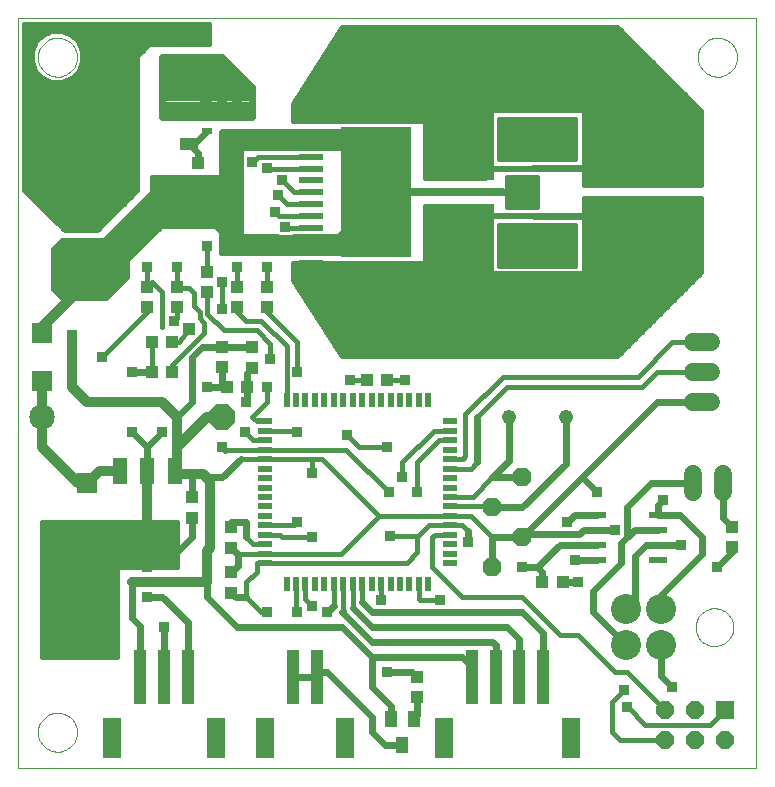
<source format=gtl>
G75*
G70*
%OFA0B0*%
%FSLAX24Y24*%
%IPPOS*%
%LPD*%
%AMOC8*
5,1,8,0,0,1.08239X$1,22.5*
%
%ADD10C,0.0000*%
%ADD11C,0.0480*%
%ADD12OC8,0.0630*%
%ADD13R,0.0470X0.0220*%
%ADD14R,0.0220X0.0470*%
%ADD15C,0.1000*%
%ADD16C,0.0600*%
%ADD17R,0.0600X0.0600*%
%ADD18OC8,0.0600*%
%ADD19C,0.0850*%
%ADD20OC8,0.0850*%
%ADD21R,0.0433X0.0394*%
%ADD22R,0.4724X0.0200*%
%ADD23R,0.0787X0.0200*%
%ADD24R,0.1575X0.0200*%
%ADD25R,0.2362X0.4331*%
%ADD26R,0.3268X0.0256*%
%ADD27R,0.2362X0.2559*%
%ADD28R,0.2953X0.0394*%
%ADD29R,0.0394X0.0433*%
%ADD30R,0.2441X0.2126*%
%ADD31R,0.0630X0.0394*%
%ADD32R,0.0327X0.0248*%
%ADD33R,0.0394X0.0551*%
%ADD34R,0.0394X0.1811*%
%ADD35R,0.0630X0.1339*%
%ADD36R,0.0480X0.0880*%
%ADD37R,0.1417X0.0866*%
%ADD38R,0.0630X0.0236*%
%ADD39R,0.0669X0.0709*%
%ADD40R,0.0425X0.0413*%
%ADD41R,0.0413X0.0425*%
%ADD42OC8,0.1640*%
%ADD43R,0.0800X0.0800*%
%ADD44C,0.0800*%
%ADD45C,0.0160*%
%ADD46C,0.0240*%
%ADD47C,0.0320*%
%ADD48R,0.0360X0.0360*%
%ADD49C,0.1000*%
%ADD50C,0.0120*%
%ADD51R,0.0396X0.0396*%
%ADD52C,0.0360*%
D10*
X003597Y000582D02*
X003597Y025582D01*
X028197Y025582D01*
X028197Y000582D01*
X003597Y000582D01*
X004247Y001782D02*
X004249Y001832D01*
X004255Y001882D01*
X004265Y001932D01*
X004278Y001980D01*
X004295Y002028D01*
X004316Y002074D01*
X004340Y002118D01*
X004368Y002160D01*
X004399Y002200D01*
X004433Y002237D01*
X004470Y002272D01*
X004509Y002303D01*
X004550Y002332D01*
X004594Y002357D01*
X004640Y002379D01*
X004687Y002397D01*
X004735Y002411D01*
X004784Y002422D01*
X004834Y002429D01*
X004884Y002432D01*
X004935Y002431D01*
X004985Y002426D01*
X005035Y002417D01*
X005083Y002405D01*
X005131Y002388D01*
X005177Y002368D01*
X005222Y002345D01*
X005265Y002318D01*
X005305Y002288D01*
X005343Y002255D01*
X005378Y002219D01*
X005411Y002180D01*
X005440Y002139D01*
X005466Y002096D01*
X005489Y002051D01*
X005508Y002004D01*
X005523Y001956D01*
X005535Y001907D01*
X005543Y001857D01*
X005547Y001807D01*
X005547Y001757D01*
X005543Y001707D01*
X005535Y001657D01*
X005523Y001608D01*
X005508Y001560D01*
X005489Y001513D01*
X005466Y001468D01*
X005440Y001425D01*
X005411Y001384D01*
X005378Y001345D01*
X005343Y001309D01*
X005305Y001276D01*
X005265Y001246D01*
X005222Y001219D01*
X005177Y001196D01*
X005131Y001176D01*
X005083Y001159D01*
X005035Y001147D01*
X004985Y001138D01*
X004935Y001133D01*
X004884Y001132D01*
X004834Y001135D01*
X004784Y001142D01*
X004735Y001153D01*
X004687Y001167D01*
X004640Y001185D01*
X004594Y001207D01*
X004550Y001232D01*
X004509Y001261D01*
X004470Y001292D01*
X004433Y001327D01*
X004399Y001364D01*
X004368Y001404D01*
X004340Y001446D01*
X004316Y001490D01*
X004295Y001536D01*
X004278Y001584D01*
X004265Y001632D01*
X004255Y001682D01*
X004249Y001732D01*
X004247Y001782D01*
X026169Y005285D02*
X026171Y005335D01*
X026177Y005385D01*
X026187Y005434D01*
X026201Y005482D01*
X026218Y005529D01*
X026239Y005574D01*
X026264Y005618D01*
X026292Y005659D01*
X026324Y005698D01*
X026358Y005735D01*
X026395Y005769D01*
X026435Y005799D01*
X026477Y005826D01*
X026521Y005850D01*
X026567Y005871D01*
X026614Y005887D01*
X026662Y005900D01*
X026712Y005909D01*
X026761Y005914D01*
X026812Y005915D01*
X026862Y005912D01*
X026911Y005905D01*
X026960Y005894D01*
X027008Y005879D01*
X027054Y005861D01*
X027099Y005839D01*
X027142Y005813D01*
X027183Y005784D01*
X027222Y005752D01*
X027258Y005717D01*
X027290Y005679D01*
X027320Y005639D01*
X027347Y005596D01*
X027370Y005552D01*
X027389Y005506D01*
X027405Y005458D01*
X027417Y005409D01*
X027425Y005360D01*
X027429Y005310D01*
X027429Y005260D01*
X027425Y005210D01*
X027417Y005161D01*
X027405Y005112D01*
X027389Y005064D01*
X027370Y005018D01*
X027347Y004974D01*
X027320Y004931D01*
X027290Y004891D01*
X027258Y004853D01*
X027222Y004818D01*
X027183Y004786D01*
X027142Y004757D01*
X027099Y004731D01*
X027054Y004709D01*
X027008Y004691D01*
X026960Y004676D01*
X026911Y004665D01*
X026862Y004658D01*
X026812Y004655D01*
X026761Y004656D01*
X026712Y004661D01*
X026662Y004670D01*
X026614Y004683D01*
X026567Y004699D01*
X026521Y004720D01*
X026477Y004744D01*
X026435Y004771D01*
X026395Y004801D01*
X026358Y004835D01*
X026324Y004872D01*
X026292Y004911D01*
X026264Y004952D01*
X026239Y004996D01*
X026218Y005041D01*
X026201Y005088D01*
X026187Y005136D01*
X026177Y005185D01*
X026171Y005235D01*
X026169Y005285D01*
X026247Y024282D02*
X026249Y024332D01*
X026255Y024382D01*
X026265Y024432D01*
X026278Y024480D01*
X026295Y024528D01*
X026316Y024574D01*
X026340Y024618D01*
X026368Y024660D01*
X026399Y024700D01*
X026433Y024737D01*
X026470Y024772D01*
X026509Y024803D01*
X026550Y024832D01*
X026594Y024857D01*
X026640Y024879D01*
X026687Y024897D01*
X026735Y024911D01*
X026784Y024922D01*
X026834Y024929D01*
X026884Y024932D01*
X026935Y024931D01*
X026985Y024926D01*
X027035Y024917D01*
X027083Y024905D01*
X027131Y024888D01*
X027177Y024868D01*
X027222Y024845D01*
X027265Y024818D01*
X027305Y024788D01*
X027343Y024755D01*
X027378Y024719D01*
X027411Y024680D01*
X027440Y024639D01*
X027466Y024596D01*
X027489Y024551D01*
X027508Y024504D01*
X027523Y024456D01*
X027535Y024407D01*
X027543Y024357D01*
X027547Y024307D01*
X027547Y024257D01*
X027543Y024207D01*
X027535Y024157D01*
X027523Y024108D01*
X027508Y024060D01*
X027489Y024013D01*
X027466Y023968D01*
X027440Y023925D01*
X027411Y023884D01*
X027378Y023845D01*
X027343Y023809D01*
X027305Y023776D01*
X027265Y023746D01*
X027222Y023719D01*
X027177Y023696D01*
X027131Y023676D01*
X027083Y023659D01*
X027035Y023647D01*
X026985Y023638D01*
X026935Y023633D01*
X026884Y023632D01*
X026834Y023635D01*
X026784Y023642D01*
X026735Y023653D01*
X026687Y023667D01*
X026640Y023685D01*
X026594Y023707D01*
X026550Y023732D01*
X026509Y023761D01*
X026470Y023792D01*
X026433Y023827D01*
X026399Y023864D01*
X026368Y023904D01*
X026340Y023946D01*
X026316Y023990D01*
X026295Y024036D01*
X026278Y024084D01*
X026265Y024132D01*
X026255Y024182D01*
X026249Y024232D01*
X026247Y024282D01*
X004247Y024282D02*
X004249Y024332D01*
X004255Y024382D01*
X004265Y024432D01*
X004278Y024480D01*
X004295Y024528D01*
X004316Y024574D01*
X004340Y024618D01*
X004368Y024660D01*
X004399Y024700D01*
X004433Y024737D01*
X004470Y024772D01*
X004509Y024803D01*
X004550Y024832D01*
X004594Y024857D01*
X004640Y024879D01*
X004687Y024897D01*
X004735Y024911D01*
X004784Y024922D01*
X004834Y024929D01*
X004884Y024932D01*
X004935Y024931D01*
X004985Y024926D01*
X005035Y024917D01*
X005083Y024905D01*
X005131Y024888D01*
X005177Y024868D01*
X005222Y024845D01*
X005265Y024818D01*
X005305Y024788D01*
X005343Y024755D01*
X005378Y024719D01*
X005411Y024680D01*
X005440Y024639D01*
X005466Y024596D01*
X005489Y024551D01*
X005508Y024504D01*
X005523Y024456D01*
X005535Y024407D01*
X005543Y024357D01*
X005547Y024307D01*
X005547Y024257D01*
X005543Y024207D01*
X005535Y024157D01*
X005523Y024108D01*
X005508Y024060D01*
X005489Y024013D01*
X005466Y023968D01*
X005440Y023925D01*
X005411Y023884D01*
X005378Y023845D01*
X005343Y023809D01*
X005305Y023776D01*
X005265Y023746D01*
X005222Y023719D01*
X005177Y023696D01*
X005131Y023676D01*
X005083Y023659D01*
X005035Y023647D01*
X004985Y023638D01*
X004935Y023633D01*
X004884Y023632D01*
X004834Y023635D01*
X004784Y023642D01*
X004735Y023653D01*
X004687Y023667D01*
X004640Y023685D01*
X004594Y023707D01*
X004550Y023732D01*
X004509Y023761D01*
X004470Y023792D01*
X004433Y023827D01*
X004399Y023864D01*
X004368Y023904D01*
X004340Y023946D01*
X004316Y023990D01*
X004295Y024036D01*
X004278Y024084D01*
X004265Y024132D01*
X004255Y024182D01*
X004249Y024232D01*
X004247Y024282D01*
D11*
X019947Y012282D03*
X021847Y012282D03*
D12*
X020397Y010282D03*
X019397Y009282D03*
X020397Y008282D03*
X019397Y007282D03*
D13*
X017967Y007420D03*
X017967Y007735D03*
X017967Y008050D03*
X017967Y008365D03*
X017967Y008680D03*
X017967Y008995D03*
X017967Y009310D03*
X017967Y009625D03*
X017967Y009940D03*
X017967Y010255D03*
X017967Y010570D03*
X017967Y010885D03*
X017967Y011200D03*
X017967Y011514D03*
X017967Y011829D03*
X017967Y012144D03*
X011826Y012144D03*
X011826Y011829D03*
X011826Y011514D03*
X011826Y011200D03*
X011826Y010885D03*
X011826Y010570D03*
X011826Y010255D03*
X011826Y009940D03*
X011826Y009625D03*
X011826Y009310D03*
X011826Y008995D03*
X011826Y008680D03*
X011826Y008365D03*
X011826Y008050D03*
X011826Y007735D03*
X011826Y007420D03*
D14*
X012534Y006711D03*
X012849Y006711D03*
X013164Y006711D03*
X013479Y006711D03*
X013794Y006711D03*
X014109Y006711D03*
X014424Y006711D03*
X014739Y006711D03*
X015054Y006711D03*
X015369Y006711D03*
X015684Y006711D03*
X015999Y006711D03*
X016314Y006711D03*
X016629Y006711D03*
X016944Y006711D03*
X017259Y006711D03*
X017259Y012853D03*
X016944Y012853D03*
X016629Y012853D03*
X016314Y012853D03*
X015999Y012853D03*
X015684Y012853D03*
X015369Y012853D03*
X015054Y012853D03*
X014739Y012853D03*
X014424Y012853D03*
X014109Y012853D03*
X013794Y012853D03*
X013479Y012853D03*
X013164Y012853D03*
X012849Y012853D03*
X012534Y012853D03*
D15*
X023847Y005876D03*
X025028Y005876D03*
X025028Y004695D03*
X023847Y004695D03*
D16*
X026097Y009782D02*
X026097Y010382D01*
X027097Y010382D02*
X027097Y009782D01*
X026697Y012782D02*
X026097Y012782D01*
X026097Y013782D02*
X026697Y013782D01*
X026697Y014782D02*
X026097Y014782D01*
D17*
X027147Y002532D03*
D18*
X026147Y002532D03*
X026147Y001532D03*
X027147Y001532D03*
X025147Y001532D03*
X025147Y002532D03*
D19*
X004397Y012282D03*
D20*
X010397Y012282D03*
D21*
X010397Y013948D03*
X010397Y014617D03*
X010897Y015948D03*
X010897Y016617D03*
X011897Y016617D03*
X011897Y015948D03*
X009897Y016448D03*
X009897Y017117D03*
X008897Y016617D03*
X008897Y015948D03*
X007897Y015948D03*
X007897Y016617D03*
X009597Y020098D03*
X009597Y020767D03*
X027397Y008617D03*
X027397Y007948D03*
X016897Y003617D03*
X016897Y002948D03*
D22*
X018471Y017026D03*
X015322Y017026D03*
X015322Y022538D03*
X018471Y022538D03*
D23*
X020440Y022144D03*
X020440Y021751D03*
X020440Y021357D03*
X020440Y020963D03*
X020440Y020176D03*
X020440Y019389D03*
X020440Y018601D03*
X020440Y018207D03*
X020440Y017814D03*
X020440Y017420D03*
X013353Y017420D03*
X013353Y018207D03*
X013353Y018601D03*
X013353Y018995D03*
X013353Y019389D03*
X013353Y019782D03*
X013353Y020176D03*
X013353Y020570D03*
X013353Y020963D03*
X013353Y021357D03*
X013353Y022144D03*
D24*
X013747Y021751D03*
X013747Y017814D03*
X020046Y018995D03*
X020046Y019782D03*
X020046Y020570D03*
D25*
X015519Y019782D03*
D26*
X018135Y019782D03*
D27*
X018274Y021455D03*
X018274Y018109D03*
D28*
X015812Y017026D03*
X015812Y022538D03*
D29*
X008731Y014782D03*
X008062Y014782D03*
X008062Y013782D03*
X008731Y013782D03*
X010562Y013282D03*
X011231Y013282D03*
X015212Y013532D03*
X015881Y013532D03*
D30*
X006412Y022282D03*
D31*
X009286Y021385D03*
X009286Y023180D03*
D32*
X009897Y022735D03*
X009897Y021829D03*
D33*
X016023Y002215D03*
X016771Y002215D03*
X016397Y001349D03*
D34*
X018715Y003633D03*
X019503Y003633D03*
X020290Y003633D03*
X021078Y003633D03*
X013540Y003639D03*
X012753Y003639D03*
X009234Y003639D03*
X008447Y003639D03*
X007659Y003639D03*
D35*
X006714Y001592D03*
X010179Y001592D03*
X011808Y001592D03*
X014485Y001592D03*
X017771Y001585D03*
X022023Y001585D03*
D36*
X008806Y010502D03*
X007897Y010502D03*
X006987Y010502D03*
D37*
X007897Y008062D03*
D38*
X022873Y008032D03*
X022873Y007532D03*
X022873Y008532D03*
X022873Y009032D03*
X024920Y009032D03*
X024920Y008532D03*
X024920Y008032D03*
X024920Y007532D03*
D39*
X005897Y008475D03*
X005897Y010089D03*
X004397Y013475D03*
X004397Y015089D03*
D40*
X009397Y009627D03*
X009397Y008938D03*
X010697Y008627D03*
X010697Y007938D03*
X010697Y007127D03*
X010697Y006438D03*
X011397Y013938D03*
X011397Y014627D03*
D41*
X021052Y006782D03*
X021741Y006782D03*
D42*
X005897Y017282D03*
X005897Y019282D03*
D43*
X025397Y018782D03*
D44*
X025397Y020751D03*
D45*
X022147Y020882D02*
X022147Y022232D01*
X019616Y022232D01*
X019616Y020882D01*
X022147Y020882D01*
X022147Y020893D02*
X019616Y020893D01*
X019616Y021051D02*
X022147Y021051D01*
X022147Y021210D02*
X019616Y021210D01*
X019616Y021368D02*
X022147Y021368D01*
X022147Y021527D02*
X019616Y021527D01*
X019616Y021686D02*
X022147Y021686D01*
X022147Y021844D02*
X019616Y021844D01*
X019616Y022003D02*
X022147Y022003D01*
X022147Y022161D02*
X019616Y022161D01*
X019897Y020282D02*
X020897Y020282D01*
X020897Y019282D01*
X019897Y019282D01*
X019897Y020282D01*
X019897Y020259D02*
X020897Y020259D01*
X020897Y020100D02*
X019897Y020100D01*
X019897Y019942D02*
X020897Y019942D01*
X020897Y019783D02*
X019897Y019783D01*
X019897Y019624D02*
X020897Y019624D01*
X020897Y019466D02*
X019897Y019466D01*
X019897Y019307D02*
X020897Y019307D01*
X022147Y018682D02*
X022147Y017332D01*
X019616Y017332D01*
X019616Y018682D01*
X022147Y018682D01*
X022147Y018673D02*
X019616Y018673D01*
X019616Y018515D02*
X022147Y018515D01*
X022147Y018356D02*
X019616Y018356D01*
X019616Y018198D02*
X022147Y018198D01*
X022147Y018039D02*
X019616Y018039D01*
X019616Y017881D02*
X022147Y017881D01*
X022147Y017722D02*
X019616Y017722D01*
X019616Y017563D02*
X022147Y017563D01*
X022147Y017405D02*
X019616Y017405D01*
X018135Y019782D02*
X015715Y019782D01*
X015556Y019623D01*
X013747Y017814D01*
X013353Y018601D02*
X012528Y018601D01*
X012497Y018632D01*
X012284Y018995D02*
X012147Y019132D01*
X012284Y018995D02*
X013353Y018995D01*
X013353Y019389D02*
X012540Y019389D01*
X012247Y019682D01*
X012397Y020182D02*
X012797Y019782D01*
X013353Y019782D01*
X013353Y020570D02*
X012184Y020570D01*
X011897Y020582D01*
X011578Y020963D02*
X011397Y020782D01*
X011578Y020963D02*
X013353Y020963D01*
X009897Y017982D02*
X009897Y017117D01*
X010397Y016782D02*
X010397Y015882D01*
X009897Y015732D02*
X010447Y015182D01*
X011547Y015182D01*
X011997Y014732D01*
X011997Y014232D01*
X012534Y014644D02*
X011697Y015482D01*
X011197Y015482D01*
X010897Y015782D01*
X010897Y015948D01*
X010897Y016617D02*
X010897Y017282D01*
X011897Y017282D02*
X011897Y016617D01*
X011897Y015948D02*
X011897Y015782D01*
X012897Y014782D01*
X012897Y013782D01*
X012534Y014644D02*
X012534Y012853D01*
X011897Y012782D02*
X011397Y012282D01*
X011534Y012144D01*
X011826Y012144D01*
X011826Y011829D02*
X012849Y011829D01*
X012897Y011782D01*
X013397Y010885D02*
X011826Y010885D01*
X010999Y010885D01*
X010479Y011200D02*
X011826Y011200D01*
X014529Y011200D01*
X015947Y009782D01*
X016397Y010282D02*
X016397Y010782D01*
X017444Y011829D01*
X017967Y011829D01*
X017967Y011514D02*
X017629Y011514D01*
X016897Y010782D01*
X016897Y009782D01*
X017967Y009625D02*
X018739Y009625D01*
X019397Y010282D01*
X018897Y010782D02*
X018684Y010570D01*
X017967Y010570D01*
X017967Y010885D02*
X018399Y010885D01*
X018497Y010982D01*
X018497Y012382D01*
X019747Y013632D01*
X024247Y013632D01*
X025397Y014782D01*
X026397Y014782D01*
X026397Y013782D02*
X024897Y013782D01*
X024397Y013282D01*
X019897Y013282D01*
X018897Y012282D01*
X016497Y013532D02*
X015881Y013532D01*
X015212Y013532D02*
X014647Y013532D01*
X014547Y013632D01*
X014547Y011682D02*
X014947Y011282D01*
X015897Y011282D01*
X013719Y010885D02*
X015609Y008995D01*
X014349Y007735D01*
X011826Y007735D01*
X010899Y007735D01*
X011429Y008050D02*
X011197Y008282D01*
X011429Y008050D02*
X011826Y008050D01*
X011826Y008365D02*
X012314Y008365D01*
X012397Y008282D01*
X013397Y008282D01*
X012897Y008782D02*
X012794Y008680D01*
X011826Y008680D01*
X011826Y007420D02*
X011534Y007420D01*
X011534Y007120D01*
X011197Y006782D01*
X011197Y006282D01*
X011697Y005782D01*
X011897Y005782D01*
X012849Y005829D02*
X012897Y005782D01*
X012849Y005829D02*
X012849Y006711D01*
X013147Y006694D02*
X013147Y006232D01*
X013397Y005982D01*
X014109Y005995D02*
X014109Y006711D01*
X014424Y006711D02*
X014424Y005810D01*
X014739Y005940D02*
X014739Y006711D01*
X015054Y006711D02*
X015054Y006125D01*
X015684Y006245D02*
X015684Y006711D01*
X015684Y006245D02*
X015697Y006182D01*
X016944Y006235D02*
X016997Y006182D01*
X017647Y006182D01*
X016944Y006235D02*
X016944Y006711D01*
X017397Y007282D02*
X017397Y008282D01*
X017479Y008365D01*
X017967Y008365D01*
X017967Y008680D02*
X017970Y008682D01*
X018397Y008682D01*
X018597Y008482D01*
X018684Y008995D02*
X017967Y008995D01*
X015609Y008995D01*
X015997Y008332D02*
X016847Y008332D01*
X016897Y008282D01*
X016897Y007782D01*
X016534Y007420D01*
X011826Y007420D01*
X013147Y006694D02*
X013164Y006711D01*
X016897Y008282D02*
X017294Y008680D01*
X017967Y008680D01*
X018684Y008995D02*
X019397Y008282D01*
X019369Y009310D02*
X017967Y009310D01*
X017397Y007282D02*
X018397Y006282D01*
X020397Y006282D01*
X021647Y005032D01*
X022247Y005032D01*
X023497Y003782D01*
X023897Y003782D01*
X025147Y002532D01*
X024497Y002032D02*
X026647Y002032D01*
X027147Y002532D01*
X025147Y001532D02*
X023647Y001532D01*
X023397Y001782D01*
X023397Y002782D01*
X023797Y003182D01*
X023897Y002624D02*
X023905Y002624D01*
X024497Y002032D01*
X013719Y010885D02*
X013397Y010885D01*
X013397Y010432D01*
X011826Y011514D02*
X011414Y011514D01*
X011147Y011782D01*
X011897Y012782D02*
X011897Y013282D01*
X009797Y015082D02*
X009797Y015432D01*
X009647Y015582D01*
X009647Y015782D01*
X009447Y015982D01*
X009447Y016432D01*
X009297Y016582D01*
X008931Y016582D01*
X008897Y016617D01*
X008897Y017282D01*
X008397Y016448D02*
X008062Y016782D01*
X007897Y016617D01*
X007897Y017282D01*
X008397Y016448D02*
X008397Y015282D01*
X008797Y015482D02*
X008897Y015582D01*
X008897Y015948D01*
X009297Y015232D02*
X008947Y014782D01*
X008731Y014782D01*
X008062Y014782D02*
X008062Y013782D01*
X008731Y013782D02*
X008731Y014017D01*
X009797Y015082D01*
X009897Y015732D02*
X009897Y016448D01*
X007897Y015948D02*
X007897Y015782D01*
X006397Y014282D01*
X004397Y008782D02*
X008897Y008782D01*
X008897Y007282D01*
X006897Y007282D01*
X006897Y004282D01*
X004397Y004282D01*
X004397Y008782D01*
X004397Y008685D02*
X008897Y008685D01*
X008897Y008526D02*
X004397Y008526D01*
X004397Y008368D02*
X008897Y008368D01*
X008897Y008209D02*
X004397Y008209D01*
X004397Y008051D02*
X008897Y008051D01*
X008897Y007892D02*
X004397Y007892D01*
X004397Y007734D02*
X008897Y007734D01*
X008897Y007575D02*
X004397Y007575D01*
X004397Y007417D02*
X008897Y007417D01*
X006897Y007258D02*
X004397Y007258D01*
X004397Y007100D02*
X006897Y007100D01*
X006897Y006941D02*
X004397Y006941D01*
X004397Y006782D02*
X006897Y006782D01*
X006897Y006624D02*
X004397Y006624D01*
X004397Y006465D02*
X006897Y006465D01*
X006897Y006307D02*
X004397Y006307D01*
X004397Y006148D02*
X006897Y006148D01*
X006897Y005990D02*
X004397Y005990D01*
X004397Y005831D02*
X006897Y005831D01*
X006897Y005673D02*
X004397Y005673D01*
X004397Y005514D02*
X006897Y005514D01*
X006897Y005356D02*
X004397Y005356D01*
X004397Y005197D02*
X006897Y005197D01*
X006897Y005039D02*
X004397Y005039D01*
X004397Y004880D02*
X006897Y004880D01*
X006897Y004721D02*
X004397Y004721D01*
X004397Y004563D02*
X006897Y004563D01*
X006897Y004404D02*
X004397Y004404D01*
D46*
X007397Y005582D02*
X007647Y005332D01*
X007647Y003651D01*
X007659Y003639D01*
X008447Y003639D02*
X008447Y005282D01*
X009234Y005445D02*
X008397Y006282D01*
X007897Y006282D01*
X007397Y006782D02*
X007397Y005582D01*
X009234Y005445D02*
X009234Y003639D01*
X010897Y005282D02*
X009897Y006282D01*
X009897Y006782D01*
X010697Y006438D02*
X010852Y006282D01*
X011197Y006282D01*
X010697Y007127D02*
X010899Y007329D01*
X010899Y007735D01*
X010697Y007938D01*
X011197Y008282D02*
X011197Y008782D01*
X010697Y008782D01*
X010697Y008627D01*
X009397Y008938D02*
X009397Y008282D01*
X008897Y007782D01*
X008397Y007782D01*
X007897Y008282D01*
X007897Y007282D02*
X007897Y010282D01*
X007897Y011282D01*
X007397Y011782D01*
X007897Y011282D02*
X008397Y011782D01*
X008897Y012282D02*
X009397Y012782D01*
X009397Y014282D01*
X009731Y014617D01*
X010397Y014617D01*
X010406Y014627D01*
X011397Y014627D01*
X011397Y013938D02*
X011231Y013772D01*
X011231Y013282D01*
X011231Y012948D01*
X011197Y012782D01*
X010562Y013282D02*
X009897Y013282D01*
X010397Y013448D02*
X010562Y013282D01*
X010397Y013448D02*
X010397Y013948D01*
X008062Y013782D02*
X007397Y013782D01*
X010397Y011282D02*
X010479Y011200D01*
X010999Y010885D02*
X010397Y010282D01*
X009897Y010282D01*
X009872Y010257D01*
X009397Y010382D02*
X009397Y009627D01*
X013897Y005782D02*
X014109Y005995D01*
X014397Y005782D02*
X014424Y005810D01*
X014397Y005782D02*
X015397Y004782D01*
X019397Y004782D01*
X019503Y004676D01*
X019503Y003633D01*
X020290Y003633D02*
X020290Y004889D01*
X019897Y005282D01*
X015397Y005282D01*
X014739Y005940D01*
X015054Y006125D02*
X015397Y005782D01*
X020397Y005782D01*
X021078Y005101D01*
X021078Y003633D01*
X018715Y003633D02*
X018715Y003963D01*
X018397Y004282D01*
X015397Y004282D01*
X015397Y003282D01*
X016023Y002656D01*
X016023Y002215D01*
X015397Y002282D02*
X015397Y001782D01*
X015830Y001349D01*
X016397Y001349D01*
X016771Y002215D02*
X016897Y002341D01*
X016897Y002948D01*
X016897Y003617D02*
X016731Y003782D01*
X015897Y003782D01*
X015397Y004282D02*
X014397Y005282D01*
X010897Y005282D01*
X012753Y003639D02*
X013540Y003639D01*
X013684Y003782D01*
X013897Y003782D01*
X015397Y002282D01*
X021052Y006782D02*
X021052Y007127D01*
X020897Y007282D01*
X020397Y007282D01*
X020897Y007282D02*
X021647Y008032D01*
X022873Y008032D01*
X022873Y007532D02*
X022147Y007532D01*
X022247Y006782D02*
X021741Y006782D01*
X022747Y006482D02*
X022747Y005795D01*
X023847Y004695D01*
X025028Y004695D02*
X025028Y003651D01*
X025397Y003282D01*
X025028Y005876D02*
X025047Y005895D01*
X025047Y006382D01*
X026397Y007732D01*
X026397Y008282D01*
X025647Y009032D01*
X024920Y009032D01*
X024920Y009356D01*
X025097Y009532D01*
X024697Y010082D02*
X023897Y009282D01*
X023897Y008282D01*
X024147Y008532D01*
X024920Y008532D01*
X024920Y008032D02*
X024507Y008032D01*
X024147Y007672D01*
X024147Y006176D01*
X023847Y005876D01*
X022747Y006482D02*
X023697Y007432D01*
X023697Y008082D01*
X023897Y008282D01*
X023497Y008532D02*
X022873Y008532D01*
X022447Y008532D01*
X022297Y008382D01*
X020497Y008382D01*
X020397Y008282D01*
X022397Y010282D01*
X024897Y012782D01*
X026397Y012782D01*
X026097Y010082D02*
X024697Y010082D01*
X022897Y009782D02*
X022397Y010282D01*
X021847Y010732D02*
X020397Y009282D01*
X019397Y009282D01*
X019369Y009310D01*
X018597Y008482D02*
X018597Y008132D01*
X019397Y008282D02*
X019397Y007282D01*
X019397Y008282D02*
X020397Y008282D01*
X021897Y008782D02*
X022147Y009032D01*
X022873Y009032D01*
X021847Y010732D02*
X021847Y012282D01*
X019947Y012282D02*
X019947Y010832D01*
X019397Y010282D01*
X020397Y010282D01*
X018897Y010782D02*
X018897Y012282D01*
X024920Y008032D02*
X025697Y008032D01*
X026897Y007282D02*
X027397Y007782D01*
X027397Y007948D01*
X027397Y008617D02*
X027097Y008917D01*
X027097Y010082D01*
X020046Y019782D02*
X018135Y019782D01*
X015556Y019623D02*
X015519Y019660D01*
X015519Y019782D01*
X014397Y021282D02*
X010397Y021282D01*
X010397Y021782D01*
X014397Y021782D01*
X014397Y021282D01*
X014397Y021513D02*
X010397Y021513D01*
X010397Y021751D02*
X014397Y021751D01*
X011397Y022282D02*
X011397Y023282D01*
X010397Y024282D01*
X008397Y024282D01*
X008397Y022282D01*
X011397Y022282D01*
X011397Y022467D02*
X008397Y022467D01*
X008397Y022705D02*
X011397Y022705D01*
X011397Y022944D02*
X008397Y022944D01*
X008397Y023182D02*
X011397Y023182D01*
X011258Y023421D02*
X008397Y023421D01*
X008397Y023659D02*
X011019Y023659D01*
X010781Y023898D02*
X008397Y023898D01*
X008397Y024137D02*
X010542Y024137D01*
X009452Y023180D02*
X009897Y022735D01*
X009452Y023180D02*
X009286Y023180D01*
X009897Y021829D02*
X009452Y021385D01*
X009286Y021385D01*
X009389Y021282D01*
X009397Y021282D01*
X009597Y021082D01*
X009597Y020767D01*
X010397Y018282D02*
X010397Y017782D01*
X014397Y017782D01*
X014397Y018282D01*
X012789Y018282D01*
X012759Y018252D01*
X012234Y018252D01*
X012204Y018282D01*
X010397Y018282D01*
X010397Y018173D02*
X014397Y018173D01*
X014397Y017934D02*
X010397Y017934D01*
D47*
X005897Y017282D02*
X005897Y016782D01*
X004397Y015282D01*
X004397Y015089D01*
X005397Y015032D02*
X005397Y013282D01*
X005897Y012782D01*
X008397Y012782D01*
X008897Y012282D01*
X008897Y011282D01*
X008897Y010592D01*
X008806Y010502D01*
X008926Y010382D01*
X009397Y010382D01*
X009747Y010382D01*
X009872Y010257D01*
X009997Y010132D01*
X009997Y007932D01*
X009897Y007832D01*
X009897Y006782D01*
X007397Y006782D01*
X007897Y007782D02*
X007617Y008062D01*
X006310Y008062D01*
X005897Y008475D01*
X007617Y008062D02*
X007897Y008062D01*
X007897Y008282D01*
X007897Y010282D01*
X007897Y010502D01*
X006987Y010502D02*
X006310Y010502D01*
X005897Y010089D01*
X005589Y010089D01*
X004397Y011282D01*
X004397Y012282D01*
X004397Y013475D01*
X008897Y011282D02*
X009897Y012282D01*
X010397Y012282D01*
D48*
X011147Y011782D03*
X010397Y011282D03*
X011197Y012782D03*
X011897Y013282D03*
X012897Y013782D03*
X011997Y014232D03*
X010397Y015882D03*
X010397Y016782D03*
X010897Y017282D03*
X011897Y017282D03*
X012497Y018632D03*
X012147Y019132D03*
X012247Y019682D03*
X012397Y020182D03*
X011897Y020582D03*
X011397Y020782D03*
X009897Y017982D03*
X008897Y017282D03*
X007897Y017282D03*
X008797Y015482D03*
X007397Y013782D03*
X006397Y014282D03*
X005397Y015032D03*
X007397Y011782D03*
X008397Y011782D03*
X009897Y013282D03*
X012897Y011782D03*
X013397Y010432D03*
X014547Y011682D03*
X015897Y011282D03*
X016397Y010282D03*
X015947Y009782D03*
X016897Y009782D03*
X015997Y008332D03*
X015697Y006182D03*
X013897Y005782D03*
X013397Y005982D03*
X012897Y005782D03*
X011897Y005782D03*
X013397Y008282D03*
X012897Y008782D03*
X008447Y005282D03*
X007897Y006282D03*
X007897Y007282D03*
X014647Y013532D03*
X016497Y013532D03*
X021897Y008782D03*
X022897Y009782D03*
X023497Y008532D03*
X022147Y007532D03*
X022247Y006782D03*
X020397Y007282D03*
X018597Y008132D03*
X017647Y006182D03*
X015897Y003782D03*
X023797Y003182D03*
X023897Y002624D03*
X025397Y003282D03*
X026897Y007282D03*
X025697Y008032D03*
X025097Y009532D03*
D49*
X006412Y019798D02*
X005897Y019282D01*
X006412Y019798D02*
X006412Y022282D01*
D50*
X007597Y022331D02*
X003797Y022331D01*
X003797Y022213D02*
X007597Y022213D01*
X007597Y022094D02*
X003797Y022094D01*
X003797Y021976D02*
X007597Y021976D01*
X007597Y021857D02*
X003797Y021857D01*
X003797Y021739D02*
X007597Y021739D01*
X007597Y021620D02*
X003797Y021620D01*
X003797Y021501D02*
X007597Y021501D01*
X007597Y021383D02*
X003797Y021383D01*
X003797Y021264D02*
X007597Y021264D01*
X007597Y021146D02*
X003797Y021146D01*
X003797Y021027D02*
X007597Y021027D01*
X007597Y020909D02*
X003797Y020909D01*
X003797Y020790D02*
X007597Y020790D01*
X007597Y020672D02*
X003797Y020672D01*
X003797Y020553D02*
X007597Y020553D01*
X007597Y020435D02*
X003797Y020435D01*
X003797Y020316D02*
X007597Y020316D01*
X007597Y020197D02*
X003797Y020197D01*
X003797Y020079D02*
X007597Y020079D01*
X007597Y019960D02*
X003797Y019960D01*
X003797Y019842D02*
X007597Y019842D01*
X007597Y019832D02*
X006247Y018482D01*
X005147Y018482D01*
X003797Y019832D01*
X003797Y025382D01*
X009997Y025382D01*
X009997Y024682D01*
X007997Y024682D01*
X007597Y024282D01*
X007597Y019832D01*
X007488Y019723D02*
X003905Y019723D01*
X004024Y019605D02*
X007369Y019605D01*
X007251Y019486D02*
X004143Y019486D01*
X004261Y019368D02*
X007132Y019368D01*
X007013Y019249D02*
X004380Y019249D01*
X004498Y019131D02*
X006895Y019131D01*
X006776Y019012D02*
X004617Y019012D01*
X004735Y018894D02*
X006658Y018894D01*
X006539Y018775D02*
X004854Y018775D01*
X004972Y018656D02*
X006421Y018656D01*
X006302Y018538D02*
X005091Y018538D01*
X005047Y018182D02*
X006447Y018182D01*
X007947Y018182D01*
X008065Y018301D02*
X006565Y018301D01*
X006684Y018419D02*
X008184Y018419D01*
X008302Y018538D02*
X006802Y018538D01*
X006921Y018656D02*
X011047Y018656D01*
X011047Y018538D02*
X010241Y018538D01*
X010147Y018632D02*
X008397Y018632D01*
X007247Y017482D01*
X007247Y016932D01*
X006547Y016232D01*
X005047Y016232D01*
X004747Y016532D01*
X004747Y017882D01*
X005047Y018182D01*
X004928Y018064D02*
X007828Y018064D01*
X007709Y017945D02*
X004809Y017945D01*
X004747Y017827D02*
X007591Y017827D01*
X007472Y017708D02*
X004747Y017708D01*
X004747Y017590D02*
X007354Y017590D01*
X007247Y017471D02*
X004747Y017471D01*
X004747Y017352D02*
X007247Y017352D01*
X007247Y017234D02*
X004747Y017234D01*
X004747Y017115D02*
X007247Y017115D01*
X007247Y016997D02*
X004747Y016997D01*
X004747Y016878D02*
X007193Y016878D01*
X007074Y016760D02*
X004747Y016760D01*
X004747Y016641D02*
X006956Y016641D01*
X006837Y016523D02*
X004756Y016523D01*
X004875Y016404D02*
X006718Y016404D01*
X006600Y016286D02*
X004993Y016286D01*
X006447Y018182D02*
X008047Y019782D01*
X008047Y020282D01*
X010347Y020282D01*
X010347Y021782D01*
X010397Y021832D01*
X011047Y021832D01*
X011047Y017732D01*
X010347Y017732D01*
X010347Y018432D01*
X010147Y018632D01*
X010347Y018419D02*
X011047Y018419D01*
X011047Y018301D02*
X010347Y018301D01*
X010347Y018182D02*
X011047Y018182D01*
X011047Y018064D02*
X010347Y018064D01*
X010347Y017945D02*
X011047Y017945D01*
X011047Y017827D02*
X010347Y017827D01*
X011047Y018775D02*
X007039Y018775D01*
X007158Y018894D02*
X011047Y018894D01*
X011047Y019012D02*
X007276Y019012D01*
X007395Y019131D02*
X011047Y019131D01*
X011047Y019249D02*
X007513Y019249D01*
X007632Y019368D02*
X011047Y019368D01*
X011047Y019486D02*
X007751Y019486D01*
X007869Y019605D02*
X011047Y019605D01*
X011047Y019723D02*
X007988Y019723D01*
X008047Y019842D02*
X011047Y019842D01*
X011047Y019960D02*
X008047Y019960D01*
X008047Y020079D02*
X011047Y020079D01*
X011047Y020197D02*
X008047Y020197D01*
X010347Y020316D02*
X011047Y020316D01*
X011047Y020435D02*
X010347Y020435D01*
X010347Y020553D02*
X011047Y020553D01*
X011047Y020672D02*
X010347Y020672D01*
X010347Y020790D02*
X011047Y020790D01*
X011047Y020909D02*
X010347Y020909D01*
X010347Y021027D02*
X011047Y021027D01*
X011047Y021146D02*
X010347Y021146D01*
X010347Y021264D02*
X011047Y021264D01*
X011047Y021383D02*
X010347Y021383D01*
X010347Y021501D02*
X011047Y021501D01*
X011047Y021620D02*
X010347Y021620D01*
X010347Y021739D02*
X011047Y021739D01*
X012747Y022132D02*
X012747Y022732D01*
X014397Y025282D01*
X023594Y025282D01*
X026397Y022479D01*
X026397Y019982D01*
X022447Y019982D01*
X022447Y022482D01*
X019197Y022482D01*
X019197Y020232D01*
X017147Y020232D01*
X017147Y022132D01*
X012747Y022132D01*
X012747Y022213D02*
X019197Y022213D01*
X019197Y022331D02*
X012747Y022331D01*
X012747Y022450D02*
X019197Y022450D01*
X019197Y022094D02*
X017147Y022094D01*
X017147Y021976D02*
X019197Y021976D01*
X019197Y021857D02*
X017147Y021857D01*
X017147Y021739D02*
X019197Y021739D01*
X019197Y021620D02*
X017147Y021620D01*
X017147Y021501D02*
X019197Y021501D01*
X019197Y021383D02*
X017147Y021383D01*
X017147Y021264D02*
X019197Y021264D01*
X019197Y021146D02*
X017147Y021146D01*
X017147Y021027D02*
X019197Y021027D01*
X019197Y020909D02*
X017147Y020909D01*
X017147Y020790D02*
X019197Y020790D01*
X019197Y020672D02*
X017147Y020672D01*
X017147Y020553D02*
X019197Y020553D01*
X019197Y020435D02*
X017147Y020435D01*
X017147Y020316D02*
X019197Y020316D01*
X019147Y019332D02*
X019147Y017082D01*
X022447Y017082D01*
X022447Y019582D01*
X026397Y019582D01*
X026397Y017085D01*
X023594Y014282D01*
X014397Y014282D01*
X012747Y016832D01*
X012747Y017432D01*
X017147Y017432D01*
X017147Y019332D01*
X019147Y019332D01*
X019147Y019249D02*
X017147Y019249D01*
X017147Y019131D02*
X019147Y019131D01*
X019147Y019012D02*
X017147Y019012D01*
X017147Y018894D02*
X019147Y018894D01*
X019147Y018775D02*
X017147Y018775D01*
X017147Y018656D02*
X019147Y018656D01*
X019147Y018538D02*
X017147Y018538D01*
X017147Y018419D02*
X019147Y018419D01*
X019147Y018301D02*
X017147Y018301D01*
X017147Y018182D02*
X019147Y018182D01*
X019147Y018064D02*
X017147Y018064D01*
X017147Y017945D02*
X019147Y017945D01*
X019147Y017827D02*
X017147Y017827D01*
X017147Y017708D02*
X019147Y017708D01*
X019147Y017590D02*
X017147Y017590D01*
X017147Y017471D02*
X019147Y017471D01*
X019147Y017352D02*
X012747Y017352D01*
X012747Y017234D02*
X019147Y017234D01*
X019147Y017115D02*
X012747Y017115D01*
X012747Y016997D02*
X026308Y016997D01*
X026397Y017115D02*
X022447Y017115D01*
X022447Y017234D02*
X026397Y017234D01*
X026397Y017352D02*
X022447Y017352D01*
X022447Y017471D02*
X026397Y017471D01*
X026397Y017590D02*
X022447Y017590D01*
X022447Y017708D02*
X026397Y017708D01*
X026397Y017827D02*
X022447Y017827D01*
X022447Y017945D02*
X026397Y017945D01*
X026397Y018064D02*
X022447Y018064D01*
X022447Y018182D02*
X026397Y018182D01*
X026397Y018301D02*
X022447Y018301D01*
X022447Y018419D02*
X026397Y018419D01*
X026397Y018538D02*
X022447Y018538D01*
X022447Y018656D02*
X026397Y018656D01*
X026397Y018775D02*
X022447Y018775D01*
X022447Y018894D02*
X026397Y018894D01*
X026397Y019012D02*
X022447Y019012D01*
X022447Y019131D02*
X026397Y019131D01*
X026397Y019249D02*
X022447Y019249D01*
X022447Y019368D02*
X026397Y019368D01*
X026397Y019486D02*
X022447Y019486D01*
X022997Y019032D02*
X022997Y018932D01*
X020797Y018932D01*
X020797Y019032D01*
X022997Y019032D01*
X022997Y019012D02*
X020797Y019012D01*
X020747Y020532D02*
X022947Y020532D01*
X022947Y020632D01*
X020747Y020632D01*
X020747Y020532D01*
X020747Y020553D02*
X022947Y020553D01*
X022447Y020553D02*
X026397Y020553D01*
X026397Y020435D02*
X022447Y020435D01*
X022447Y020316D02*
X026397Y020316D01*
X026397Y020197D02*
X022447Y020197D01*
X022447Y020079D02*
X026397Y020079D01*
X026397Y020672D02*
X022447Y020672D01*
X022447Y020790D02*
X026397Y020790D01*
X026397Y020909D02*
X022447Y020909D01*
X022447Y021027D02*
X026397Y021027D01*
X026397Y021146D02*
X022447Y021146D01*
X022447Y021264D02*
X026397Y021264D01*
X026397Y021383D02*
X022447Y021383D01*
X022447Y021501D02*
X026397Y021501D01*
X026397Y021620D02*
X022447Y021620D01*
X022447Y021739D02*
X026397Y021739D01*
X026397Y021857D02*
X022447Y021857D01*
X022447Y021976D02*
X026397Y021976D01*
X026397Y022094D02*
X022447Y022094D01*
X022447Y022213D02*
X026397Y022213D01*
X026397Y022331D02*
X022447Y022331D01*
X022447Y022450D02*
X026397Y022450D01*
X026308Y022568D02*
X012747Y022568D01*
X012747Y022687D02*
X026189Y022687D01*
X026071Y022805D02*
X012794Y022805D01*
X012871Y022924D02*
X025952Y022924D01*
X025833Y023043D02*
X012947Y023043D01*
X013024Y023161D02*
X025715Y023161D01*
X025596Y023280D02*
X013101Y023280D01*
X013177Y023398D02*
X025478Y023398D01*
X025359Y023517D02*
X013254Y023517D01*
X013331Y023635D02*
X025241Y023635D01*
X025122Y023754D02*
X013408Y023754D01*
X013484Y023872D02*
X025004Y023872D01*
X024885Y023991D02*
X013561Y023991D01*
X013638Y024109D02*
X024767Y024109D01*
X024648Y024228D02*
X013714Y024228D01*
X013791Y024346D02*
X024529Y024346D01*
X024411Y024465D02*
X013868Y024465D01*
X013944Y024584D02*
X024292Y024584D01*
X024174Y024702D02*
X014021Y024702D01*
X014098Y024821D02*
X024055Y024821D01*
X023937Y024939D02*
X014175Y024939D01*
X014251Y025058D02*
X023818Y025058D01*
X023700Y025176D02*
X014328Y025176D01*
X009997Y025176D02*
X003797Y025176D01*
X003797Y025058D02*
X004600Y025058D01*
X004731Y025112D02*
X004426Y024986D01*
X004426Y024986D01*
X004193Y024752D01*
X004067Y024447D01*
X004067Y024117D01*
X004193Y023812D01*
X004426Y023579D01*
X004426Y023579D01*
X004426Y023579D01*
X004731Y023452D01*
X004731Y023452D01*
X004855Y023452D01*
X004897Y023452D01*
X005062Y023452D01*
X005367Y023579D01*
X005600Y023812D01*
X005726Y024117D01*
X005726Y024447D01*
X005600Y024752D01*
X005367Y024986D01*
X005367Y024986D01*
X005062Y025112D01*
X005062Y025112D01*
X004938Y025112D01*
X004896Y025112D01*
X004855Y025112D01*
X004731Y025112D01*
X004731Y025112D01*
X004896Y025112D02*
X004896Y025112D01*
X005193Y025058D02*
X009997Y025058D01*
X009997Y024939D02*
X005413Y024939D01*
X005532Y024821D02*
X009997Y024821D01*
X009997Y024702D02*
X005621Y024702D01*
X005600Y024752D02*
X005600Y024752D01*
X005670Y024584D02*
X007898Y024584D01*
X007779Y024465D02*
X005719Y024465D01*
X005726Y024447D02*
X005726Y024447D01*
X005726Y024346D02*
X007661Y024346D01*
X007597Y024228D02*
X005726Y024228D01*
X005726Y024117D02*
X005726Y024117D01*
X005723Y024109D02*
X007597Y024109D01*
X007597Y023991D02*
X005674Y023991D01*
X005625Y023872D02*
X007597Y023872D01*
X007597Y023754D02*
X005542Y023754D01*
X005600Y023812D02*
X005600Y023812D01*
X005423Y023635D02*
X007597Y023635D01*
X007597Y023517D02*
X005217Y023517D01*
X005367Y023579D02*
X005367Y023579D01*
X005062Y023452D02*
X005062Y023452D01*
X004576Y023517D02*
X003797Y023517D01*
X003797Y023635D02*
X004370Y023635D01*
X004251Y023754D02*
X003797Y023754D01*
X003797Y023872D02*
X004168Y023872D01*
X004193Y023812D02*
X004193Y023812D01*
X004119Y023991D02*
X003797Y023991D01*
X003797Y024109D02*
X004070Y024109D01*
X004067Y024117D02*
X004067Y024117D01*
X004067Y024228D02*
X003797Y024228D01*
X003797Y024346D02*
X004067Y024346D01*
X004074Y024465D02*
X003797Y024465D01*
X003797Y024584D02*
X004123Y024584D01*
X004172Y024702D02*
X003797Y024702D01*
X003797Y024821D02*
X004261Y024821D01*
X004193Y024752D02*
X004193Y024752D01*
X004380Y024939D02*
X003797Y024939D01*
X003797Y025295D02*
X009997Y025295D01*
X007597Y023398D02*
X003797Y023398D01*
X003797Y023280D02*
X007597Y023280D01*
X007597Y023161D02*
X003797Y023161D01*
X003797Y023043D02*
X007597Y023043D01*
X007597Y022924D02*
X003797Y022924D01*
X003797Y022805D02*
X007597Y022805D01*
X007597Y022687D02*
X003797Y022687D01*
X003797Y022568D02*
X007597Y022568D01*
X007597Y022450D02*
X003797Y022450D01*
X012747Y016878D02*
X026190Y016878D01*
X026071Y016760D02*
X012793Y016760D01*
X012870Y016641D02*
X025953Y016641D01*
X025834Y016523D02*
X012947Y016523D01*
X013024Y016404D02*
X025716Y016404D01*
X025597Y016286D02*
X013100Y016286D01*
X013177Y016167D02*
X025479Y016167D01*
X025360Y016048D02*
X013254Y016048D01*
X013330Y015930D02*
X025241Y015930D01*
X025123Y015811D02*
X013407Y015811D01*
X013484Y015693D02*
X025004Y015693D01*
X024886Y015574D02*
X013561Y015574D01*
X013637Y015456D02*
X024767Y015456D01*
X024649Y015337D02*
X013714Y015337D01*
X013791Y015219D02*
X024530Y015219D01*
X024412Y015100D02*
X013867Y015100D01*
X013944Y014982D02*
X024293Y014982D01*
X024175Y014863D02*
X014021Y014863D01*
X014097Y014744D02*
X024056Y014744D01*
X023938Y014626D02*
X014174Y014626D01*
X014251Y014507D02*
X023819Y014507D01*
X023700Y014389D02*
X014328Y014389D01*
D51*
X009297Y015232D03*
D52*
X009097Y022532D03*
X009897Y023282D03*
X010397Y023282D03*
X010397Y022782D03*
X010897Y022782D03*
X010397Y023782D03*
X009897Y023782D03*
X009397Y023782D03*
X008897Y023782D03*
X009147Y024232D03*
X009647Y024232D03*
X019747Y022032D03*
X019747Y021532D03*
X019747Y021032D03*
X021297Y021032D03*
X021297Y021532D03*
X021297Y022032D03*
X021847Y022032D03*
X021847Y021532D03*
X021847Y021032D03*
X021847Y018532D03*
X021847Y018032D03*
X021847Y017532D03*
X021297Y017532D03*
X021297Y018032D03*
X021297Y018532D03*
X019747Y018532D03*
X019747Y018032D03*
X019747Y017532D03*
M02*

</source>
